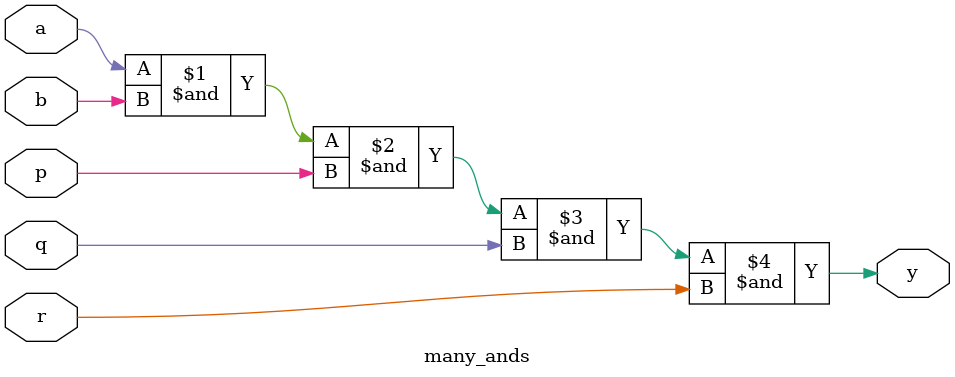
<source format=v>

module many_ands
(
input a,
input p,
input q,
input r,
input b,
output y
);

assign y = (((a & b) & p) & q) & r;

endmodule
</source>
